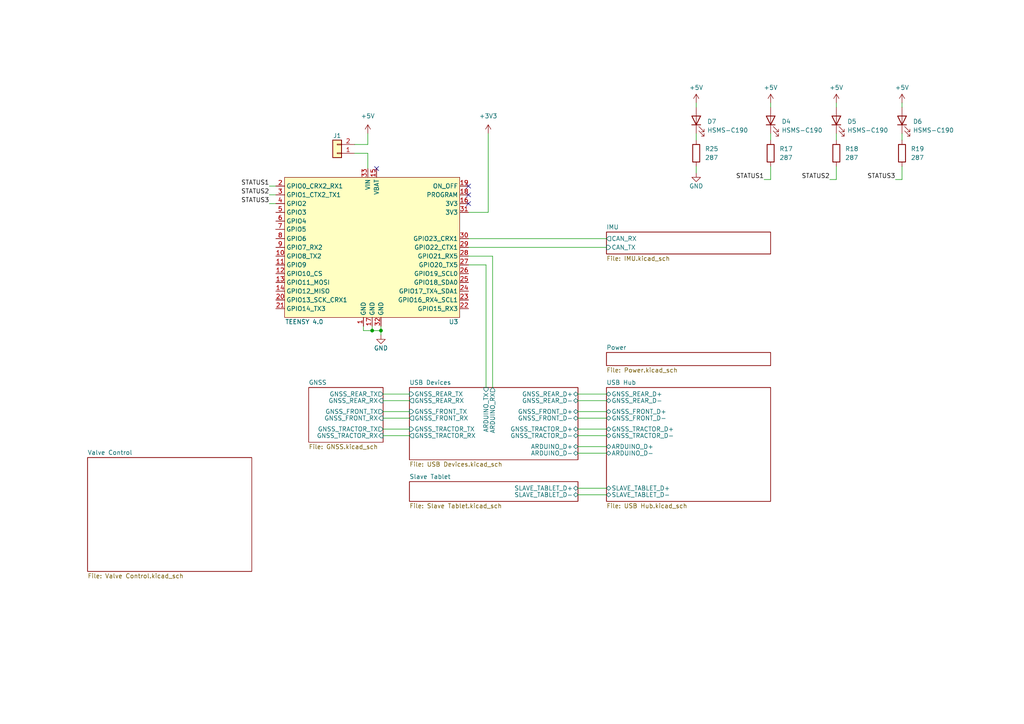
<source format=kicad_sch>
(kicad_sch (version 20230121) (generator eeschema)
  (paper "A4")
  (title_block (title "Tandem Leveller Controller") (date "2025-02-14") (rev "V1.0") (company "(C) andy@britishideas.com 2025") (comment 1 "For personal use only, no commercial use") (comment 2 "Provided as-is, no warranty express or implied. Use at your own risk"))
  (lib_symbols
    (symbol "BritishIdeas2:Teensy_4.0"
      (property "Reference" "U" (at -27.94 -15.24 0))
      (symbol "Teensy_4.0_1_1"
        (rectangle (start 0 123.19) (end 50.8 82.55) (fill (type background)))
        (pin power_in line (at 22.86 80.01 90) (length 2.54) (name "GND") (number "1"))
        (pin passive line (at -2.54 100.33 0) (length 2.54) (name "GPIO8_TX2") (number "10"))
        (pin passive line (at -2.54 97.79 0) (length 2.54) (name "GPIO9") (number "11"))
        (pin passive line (at -2.54 95.25 0) (length 2.54) (name "GPIO10_CS") (number "12"))
        (pin passive line (at -2.54 92.71 0) (length 2.54) (name "GPIO11_MOSI") (number "13"))
        (pin passive line (at -2.54 90.17 0) (length 2.54) (name "GPIO12_MISO") (number "14"))
        (pin power_in line (at 26.67 125.73 270) (length 2.54) (name "VBAT") (number "15"))
        (pin power_out line (at 53.34 115.57 180) (length 2.54) (name "3V3") (number "16"))
        (pin power_in line (at 25.4 80.01 90) (length 2.54) (name "GND") (number "17"))
        (pin input line (at 53.34 118.11 180) (length 2.54) (name "PROGRAM") (number "18"))
        (pin input line (at 53.34 120.65 180) (length 2.54) (name "ON_OFF") (number "19"))
        (pin passive line (at -2.54 120.65 0) (length 2.54) (name "GPIO0_CRX2_RX1") (number "2"))
        (pin passive line (at -2.54 87.63 0) (length 2.54) (name "GPIO13_SCK_CRX1") (number "20"))
        (pin passive line (at -2.54 85.09 0) (length 2.54) (name "GPIO14_TX3") (number "21"))
        (pin passive line (at 53.34 85.09 180) (length 2.54) (name "GPIO15_RX3") (number "22"))
        (pin passive line (at 53.34 87.63 180) (length 2.54) (name "GPIO16_RX4_SCL1") (number "23"))
        (pin passive line (at 53.34 90.17 180) (length 2.54) (name "GPIO17_TX4_SDA1") (number "24"))
        (pin passive line (at 53.34 92.71 180) (length 2.54) (name "GPIO18_SDA0") (number "25"))
        (pin passive line (at 53.34 95.25 180) (length 2.54) (name "GPIO19_SCL0") (number "26"))
        (pin passive line (at 53.34 97.79 180) (length 2.54) (name "GPIO20_TX5") (number "27"))
        (pin passive line (at 53.34 100.33 180) (length 2.54) (name "GPIO21_RX5") (number "28"))
        (pin passive line (at 53.34 102.87 180) (length 2.54) (name "GPIO22_CTX1") (number "29"))
        (pin passive line (at -2.54 118.11 0) (length 2.54) (name "GPIO1_CTX2_TX1") (number "3"))
        (pin passive line (at 53.34 105.41 180) (length 2.54) (name "GPIO23_CRX1") (number "30"))
        (pin power_out line (at 53.34 113.03 180) (length 2.54) (name "3V3") (number "31"))
        (pin power_in line (at 27.94 80.01 90) (length 2.54) (name "GND") (number "32"))
        (pin power_in line (at 24.13 125.73 270) (length 2.54) (name "VIN") (number "33"))
        (pin passive line (at -2.54 115.57 0) (length 2.54) (name "GPIO2") (number "4"))
        (pin passive line (at -2.54 113.03 0) (length 2.54) (name "GPIO3") (number "5"))
        (pin passive line (at -2.54 110.49 0) (length 2.54) (name "GPIO4") (number "6"))
        (pin passive line (at -2.5956 108.1182 0) (length 2.54) (name "GPIO5") (number "7"))
        (pin passive line (at -2.54 105.41 0) (length 2.54) (name "GPIO6") (number "8"))
        (pin passive line (at -2.54 102.87 0) (length 2.54) (name "GPIO7_RX2") (number "9"))
      )
    )
    (symbol "Connector_Generic:Conn_01x02" (pin_names (offset 1.016) hide)
      (property "Reference" "J" (at 0 2.54 0))
      (property "Value" "Conn_01x02" (at 0 -5.08 0))
      (symbol "Conn_01x02_1_1"
        (rectangle (start -1.27 -2.413) (end 0 -2.667) (stroke (width 0.1524)))
        (rectangle (start -1.27 0.127) (end 0 -0.127) (stroke (width 0.1524)))
        (rectangle (start -1.27 1.27) (end 1.27 -3.81) (stroke (width 0.254)) (fill (type background)))
        (pin passive line (at -5.08 0 0) (length 3.81) (name "Pin_1") (number "1"))
        (pin passive line (at -5.08 -2.54 0) (length 3.81) (name "Pin_2") (number "2"))
      )
    )
    (symbol "Device:LED" (pin_numbers hide) (pin_names (offset 1.016) hide)
      (property "Reference" "D" (at 0 2.54 0))
      (property "Value" "LED" (at 0 -2.54 0))
      (symbol "LED_0_1"
        (polyline (pts (xy -1.27 -1.27) (xy -1.27 1.27)) (stroke (width 0.254)))
        (polyline (pts (xy -1.27 0) (xy 1.27 0)))
        (polyline (pts (xy 1.27 -1.27) (xy 1.27 1.27) (xy -1.27 0) (xy 1.27 -1.27)) (stroke (width 0.254)))
        (polyline (pts (xy -3.048 -0.762) (xy -4.572 -2.286) (xy -3.81 -2.286) (xy -4.572 -2.286) (xy -4.572 -1.524)))
        (polyline (pts (xy -1.778 -0.762) (xy -3.302 -2.286) (xy -2.54 -2.286) (xy -3.302 -2.286) (xy -3.302 -1.524)))
      )
      (symbol "LED_1_1"
        (pin passive line (at -3.81 0 0) (length 2.54) (name "K") (number "1"))
        (pin passive line (at 3.81 0 180) (length 2.54) (name "A") (number "2"))
      )
    )
    (symbol "Device:R" (pin_numbers hide) (pin_names (offset 0))
      (property "Reference" "R" (at 2.032 0 90))
      (property "Value" "R" (at 0 0 90))
      (symbol "R_0_1"
        (rectangle (start -1.016 -2.54) (end 1.016 2.54) (stroke (width 0.254)))
      )
      (symbol "R_1_1"
        (pin passive line (at 0 3.81 270) (length 1.27) (name "~") (number "1"))
        (pin passive line (at 0 -3.81 90) (length 1.27) (name "~") (number "2"))
      )
    )
    (symbol "power:+3V3" (power) (pin_names (offset 0))
      (property "Value" "+3V3" (at 0 3.556 0))
      (symbol "+3V3_0_1"
        (polyline (pts (xy -0.762 1.27) (xy 0 2.54)))
        (polyline (pts (xy 0 0) (xy 0 2.54)))
        (polyline (pts (xy 0 2.54) (xy 0.762 1.27)))
      )
      (symbol "+3V3_1_1"
        (pin power_in line (at 0 0 90) (length 0) hide (name "+3V3") (number "1"))
      )
    )
    (symbol "power:+5V" (power) (pin_names (offset 0))
      (property "Value" "+5V" (at 0 3.556 0))
      (symbol "+5V_0_1"
        (polyline (pts (xy -0.762 1.27) (xy 0 2.54)))
        (polyline (pts (xy 0 0) (xy 0 2.54)))
        (polyline (pts (xy 0 2.54) (xy 0.762 1.27)))
      )
      (symbol "+5V_1_1"
        (pin power_in line (at 0 0 90) (length 0) hide (name "+5V") (number "1"))
      )
    )
    (symbol "power:GND" (power) (pin_names (offset 0))
      (property "Value" "GND" (at 0 -3.81 0))
      (symbol "GND_0_1"
        (polyline (pts (xy 0 0) (xy 0 -1.27) (xy 1.27 -1.27) (xy 0 -2.54) (xy -1.27 -1.27) (xy 0 -1.27)))
      )
      (symbol "GND_1_1"
        (pin power_in line (at 0 0 270) (length 0) hide (name "GND") (number "1"))
      )
    )
  )
  (junction (at 110.49 95.885))
  (junction (at 107.95 95.885))
  (no_connect (at 135.89 59.055))
  (no_connect (at 109.22 48.895))
  (no_connect (at 135.89 56.515))
  (no_connect (at 135.89 53.975))
  (wire (pts (xy 167.64 121.285) (xy 175.895 121.285)))
  (wire (pts (xy 167.64 129.54) (xy 175.895 129.54)))
  (wire (pts (xy 167.64 116.205) (xy 175.895 116.205)))
  (wire (pts (xy 111.125 116.205) (xy 118.745 116.205)))
  (wire (pts (xy 111.125 119.38) (xy 118.745 119.38)))
  (wire (pts (xy 223.52 48.26) (xy 223.52 52.07)))
  (wire (pts (xy 167.64 124.46) (xy 175.895 124.46)))
  (wire (pts (xy 242.57 48.26) (xy 242.57 52.07)))
  (wire (pts (xy 140.97 76.835) (xy 140.97 112.395)))
  (wire (pts (xy 167.64 143.51) (xy 175.895 143.51)))
  (wire (pts (xy 135.89 71.755) (xy 175.895 71.755)))
  (wire (pts (xy 223.52 29.845) (xy 223.52 31.115)))
  (wire (pts (xy 107.95 95.885) (xy 110.49 95.885)))
  (wire (pts (xy 261.62 38.735) (xy 261.62 40.64)))
  (wire (pts (xy 107.95 94.615) (xy 107.95 95.885)))
  (wire (pts (xy 223.52 38.735) (xy 223.52 40.64)))
  (wire (pts (xy 141.605 38.735) (xy 141.605 61.595)))
  (wire (pts (xy 110.49 94.615) (xy 110.49 95.885)))
  (wire (pts (xy 110.49 95.885) (xy 110.49 97.155)))
  (wire (pts (xy 106.68 44.45) (xy 102.87 44.45)))
  (wire (pts (xy 167.64 114.3) (xy 175.895 114.3)))
  (wire (pts (xy 259.715 52.07) (xy 261.62 52.07)))
  (wire (pts (xy 106.68 38.735) (xy 106.68 41.91)))
  (wire (pts (xy 141.605 61.595) (xy 135.89 61.595)))
  (wire (pts (xy 111.125 121.285) (xy 118.745 121.285)))
  (wire (pts (xy 142.875 74.295) (xy 142.875 112.395)))
  (wire (pts (xy 261.62 29.845) (xy 261.62 31.115)))
  (wire (pts (xy 167.64 119.38) (xy 175.895 119.38)))
  (wire (pts (xy 106.68 44.45) (xy 106.68 48.895)))
  (wire (pts (xy 167.64 126.365) (xy 175.895 126.365)))
  (wire (pts (xy 111.125 126.365) (xy 118.745 126.365)))
  (wire (pts (xy 135.89 74.295) (xy 142.875 74.295)))
  (wire (pts (xy 111.125 124.46) (xy 118.745 124.46)))
  (wire (pts (xy 135.89 76.835) (xy 140.97 76.835)))
  (wire (pts (xy 78.105 56.515) (xy 80.01 56.515)))
  (wire (pts (xy 221.615 52.07) (xy 223.52 52.07)))
  (wire (pts (xy 242.57 38.735) (xy 242.57 40.64)))
  (wire (pts (xy 240.665 52.07) (xy 242.57 52.07)))
  (wire (pts (xy 111.125 114.3) (xy 118.745 114.3)))
  (wire (pts (xy 135.89 69.215) (xy 175.895 69.215)))
  (wire (pts (xy 167.64 141.605) (xy 175.895 141.605)))
  (wire (pts (xy 242.57 29.845) (xy 242.57 31.115)))
  (wire (pts (xy 105.41 94.615) (xy 105.41 95.885)))
  (wire (pts (xy 78.105 53.975) (xy 80.01 53.975)))
  (wire (pts (xy 78.105 59.055) (xy 80.01 59.055)))
  (wire (pts (xy 106.68 41.91) (xy 102.87 41.91)))
  (wire (pts (xy 167.64 131.445) (xy 175.895 131.445)))
  (wire (pts (xy 201.93 48.26) (xy 201.93 50.165)))
  (wire (pts (xy 201.93 29.845) (xy 201.93 31.115)))
  (wire (pts (xy 261.62 48.26) (xy 261.62 52.07)))
  (wire (pts (xy 105.41 95.885) (xy 107.95 95.885)))
  (wire (pts (xy 201.93 38.735) (xy 201.93 40.64)))
  (label "STATUS2" (at 78.105 56.515 180))
  (label "STATUS1" (at 221.615 52.07 180))
  (label "STATUS3" (at 259.715 52.07 180))
  (label "STATUS2" (at 240.665 52.07 180))
  (label "STATUS3" (at 78.105 59.055 180))
  (label "STATUS1" (at 78.105 53.975 180))
  (symbol (lib_id "Connector_Generic:Conn_01x02") (at 97.79 44.45 180) (unit 1)
    (property "Reference" "J1" (at 97.79 39.37 0))
    (property "Value" "Conn_01x02" (effects hide))
  )
  (symbol (lib_id "power:+5V") (at 223.52 29.845 0) (unit 1)
    (property "Reference" "#PWR045" (effects hide))
    (property "Value" "+5V" (at 223.52 25.4 0))
  )
  (symbol (lib_id "power:+5V") (at 201.93 29.845 0) (unit 1)
    (property "Reference" "#PWR055" (effects hide))
    (property "Value" "+5V" (at 201.93 25.4 0))
  )
  (symbol (lib_id "power:+5V") (at 242.57 29.845 0) (unit 1)
    (property "Reference" "#PWR047" (effects hide))
    (property "Value" "+5V" (at 242.57 25.4 0))
  )
  (symbol (lib_id "Device:LED") (at 261.62 34.925 90) (unit 1)
    (property "Reference" "D6" (at 264.795 35.2424 90) (effects (justify right)))
    (property "Value" "HSMS-C190" (at 264.795 37.7824 90) (effects (justify right)))
    (property "Footprint" "Diode_SMD:D_0603_1608Metric" (effects hide))
    (property "manf#" "HSMS-C190" (effects hide))
  )
  (symbol (lib_id "Device:LED") (at 201.93 34.925 90) (unit 1)
    (property "Reference" "D7" (at 205.105 35.2424 90) (effects (justify right)))
    (property "Value" "HSMS-C190" (at 205.105 37.7824 90) (effects (justify right)))
    (property "Footprint" "Diode_SMD:D_0603_1608Metric" (effects hide))
    (property "manf#" "HSMS-C190" (effects hide))
  )
  (symbol (lib_id "BritishIdeas2:Teensy_4.0") (at 82.55 174.625 0) (unit 1)
    (property "Reference" "U3" (at 130.175 93.345 0) (effects (justify left)))
    (property "Value" "TEENSY 4.0" (at 88.265 93.345 0))
    (property "Footprint" "Britishideas:Teensy_4.0" (effects hide))
  )
  (symbol (lib_id "Device:R") (at 223.52 44.45 0) (unit 1)
    (property "Reference" "R17" (at 226.06 43.18 0) (effects (justify left)))
    (property "Value" "287" (at 226.06 45.72 0) (effects (justify left)))
    (property "Footprint" "Resistor_SMD:R_0805_2012Metric" (effects hide))
  )
  (symbol (lib_id "power:+5V") (at 106.68 38.735 0) (unit 1)
    (property "Reference" "#PWR06" (effects hide))
    (property "Value" "+5V" (at 106.68 33.655 0))
  )
  (symbol (lib_id "Device:R") (at 242.57 44.45 0) (unit 1)
    (property "Reference" "R18" (at 245.11 43.18 0) (effects (justify left)))
    (property "Value" "287" (at 245.11 45.72 0) (effects (justify left)))
    (property "Footprint" "Resistor_SMD:R_0805_2012Metric" (effects hide))
  )
  (symbol (lib_id "power:GND") (at 201.93 50.165 0) (unit 1)
    (property "Reference" "#PWR062" (effects hide))
    (property "Value" "GND" (at 201.93 53.975 0))
  )
  (symbol (lib_id "Device:LED") (at 242.57 34.925 90) (unit 1)
    (property "Reference" "D5" (at 245.745 35.2424 90) (effects (justify right)))
    (property "Value" "HSMS-C190" (at 245.745 37.7824 90) (effects (justify right)))
    (property "Footprint" "Diode_SMD:D_0603_1608Metric" (effects hide))
    (property "manf#" "HSMS-C190" (effects hide))
  )
  (symbol (lib_id "Device:LED") (at 223.52 34.925 90) (unit 1)
    (property "Reference" "D4" (at 226.695 35.2424 90) (effects (justify right)))
    (property "Value" "HSMS-C190" (at 226.695 37.7824 90) (effects (justify right)))
    (property "Footprint" "Diode_SMD:D_0603_1608Metric" (effects hide))
    (property "manf#" "HSMS-C190" (effects hide))
  )
  (symbol (lib_id "Device:R") (at 261.62 44.45 0) (unit 1)
    (property "Reference" "R19" (at 264.16 43.18 0) (effects (justify left)))
    (property "Value" "287" (at 264.16 45.72 0) (effects (justify left)))
    (property "Footprint" "Resistor_SMD:R_0805_2012Metric" (effects hide))
  )
  (symbol (lib_id "power:+5V") (at 261.62 29.845 0) (unit 1)
    (property "Reference" "#PWR049" (effects hide))
    (property "Value" "+5V" (at 261.62 25.4 0))
  )
  (symbol (lib_id "Device:R") (at 201.93 44.45 0) (unit 1)
    (property "Reference" "R25" (at 204.47 43.18 0) (effects (justify left)))
    (property "Value" "287" (at 204.47 45.72 0) (effects (justify left)))
    (property "Footprint" "Resistor_SMD:R_0805_2012Metric" (effects hide))
  )
  (symbol (lib_id "power:GND") (at 110.49 97.155 0) (unit 1)
    (property "Reference" "#PWR05" (effects hide))
    (property "Value" "GND" (at 110.49 100.965 0))
  )
  (symbol (lib_id "power:+3V3") (at 141.605 38.735 0) (unit 1)
    (property "Reference" "#PWR07" (effects hide))
    (property "Value" "+3V3" (at 141.605 33.655 0))
  )
  (sheet (at 175.895 112.395) (size 47.625 33.02) (stroke (width 0.1524))
    (property "Sheetname" "USB Hub" (at 175.895 111.6834 0) (effects (justify left bottom)))
    (property "Sheetfile" "USB Hub.kicad_sch" (at 175.895 145.9996 0) (effects (justify left top)))
    (pin "GNSS_TRACTOR_D+" bidirectional (at 175.895 124.46 180))
    (pin "ARDUINO_D-" bidirectional (at 175.895 131.445 180))
    (pin "GNSS_TRACTOR_D-" bidirectional (at 175.895 126.365 180))
    (pin "ARDUINO_D+" bidirectional (at 175.895 129.54 180))
    (pin "GNSS_FRONT_D-" bidirectional (at 175.895 121.285 180))
    (pin "GNSS_REAR_D+" bidirectional (at 175.895 114.3 180))
    (pin "GNSS_REAR_D-" bidirectional (at 175.895 116.205 180))
    (pin "GNSS_FRONT_D+" bidirectional (at 175.895 119.38 180))
    (pin "SLAVE_TABLET_D-" bidirectional (at 175.895 143.51 180))
    (pin "SLAVE_TABLET_D+" bidirectional (at 175.895 141.605 180))
  )
  (sheet (at 89.535 112.395) (size 21.59 15.875) (stroke (width 0.1524))
    (property "Sheetname" "GNSS" (at 89.535 111.6834 0) (effects (justify left bottom)))
    (property "Sheetfile" "GNSS.kicad_sch" (at 89.535 128.8546 0) (effects (justify left top)))
    (pin "GNSS_REAR_TX" output (at 111.125 114.3 0))
    (pin "GNSS_REAR_RX" input (at 111.125 116.205 0))
    (pin "GNSS_FRONT_TX" output (at 111.125 119.38 0))
    (pin "GNSS_FRONT_RX" input (at 111.125 121.285 0))
    (pin "GNSS_TRACTOR_TX" output (at 111.125 124.46 0))
    (pin "GNSS_TRACTOR_RX" input (at 111.125 126.365 0))
  )
  (sheet (at 118.745 112.395) (size 48.895 20.955) (stroke (width 0.1524))
    (property "Sheetname" "USB Devices" (at 118.745 111.6834 0) (effects (justify left bottom)))
    (property "Sheetfile" "USB Devices.kicad_sch" (at 118.745 133.9346 0) (effects (justify left top)))
    (pin "GNSS_TRACTOR_RX" output (at 118.745 126.365 180))
    (pin "GNSS_TRACTOR_TX" input (at 118.745 124.46 180))
    (pin "GNSS_REAR_RX" output (at 118.745 116.205 180))
    (pin "GNSS_REAR_TX" input (at 118.745 114.3 180))
    (pin "ARDUINO_RX" output (at 142.875 112.395 90))
    (pin "ARDUINO_TX" input (at 140.97 112.395 90))
    (pin "GNSS_FRONT_RX" output (at 118.745 121.285 180))
    (pin "GNSS_FRONT_TX" input (at 118.745 119.38 180))
    (pin "GNSS_REAR_D+" bidirectional (at 167.64 114.3 0))
    (pin "GNSS_REAR_D-" bidirectional (at 167.64 116.205 0))
    (pin "ARDUINO_D+" bidirectional (at 167.64 129.54 0))
    (pin "ARDUINO_D-" bidirectional (at 167.64 131.445 0))
    (pin "GNSS_FRONT_D+" bidirectional (at 167.64 119.38 0))
    (pin "GNSS_FRONT_D-" bidirectional (at 167.64 121.285 0))
    (pin "GNSS_TRACTOR_D+" bidirectional (at 167.64 124.46 0))
    (pin "GNSS_TRACTOR_D-" bidirectional (at 167.64 126.365 0))
  )
  (sheet (at 118.745 139.7) (size 48.895 5.715) (stroke (width 0.1524))
    (property "Sheetname" "Slave Tablet" (at 118.745 138.9884 0) (effects (justify left bottom)))
    (property "Sheetfile" "Slave Tablet.kicad_sch" (at 118.745 145.9996 0) (effects (justify left top)))
    (pin "SLAVE_TABLET_D+" bidirectional (at 167.64 141.605 0))
    (pin "SLAVE_TABLET_D-" bidirectional (at 167.64 143.51 0))
  )
  (sheet (at 25.4 132.715) (size 47.625 33.02) (stroke (width 0.1524))
    (property "Sheetname" "Valve Control" (at 25.4 132.0034 0) (effects (justify left bottom)))
    (property "Sheetfile" "Valve Control.kicad_sch" (at 25.4 166.3196 0) (effects (justify left top)))
  )
  (sheet (at 175.895 67.31) (size 47.625 6.35) (stroke (width 0.1524))
    (property "Sheetname" "IMU" (at 175.895 66.5984 0) (effects (justify left bottom)))
    (property "Sheetfile" "IMU.kicad_sch" (at 175.895 74.2446 0) (effects (justify left top)))
    (pin "CAN_TX" input (at 175.895 71.755 180))
    (pin "CAN_RX" output (at 175.895 69.215 180))
  )
  (sheet (at 175.895 102.235) (size 47.625 3.81) (stroke (width 0.1524))
    (property "Sheetname" "Power" (at 175.895 101.5234 0) (effects (justify left bottom)))
    (property "Sheetfile" "Power.kicad_sch" (at 175.895 106.6296 0) (effects (justify left top)))
  )
)
</source>
